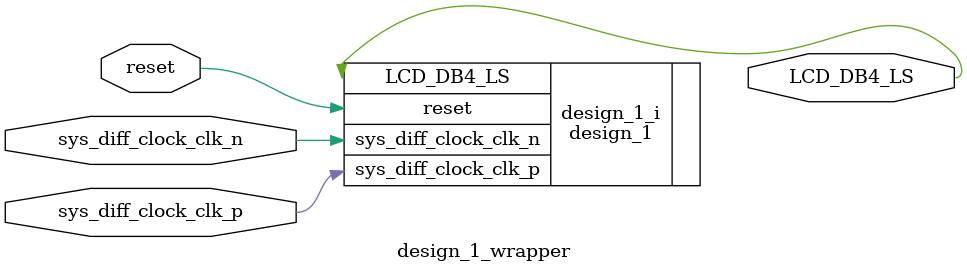
<source format=v>
`timescale 1 ps / 1 ps

module design_1_wrapper
   (LCD_DB4_LS,
    reset,
    sys_diff_clock_clk_n,
    sys_diff_clock_clk_p);
  output LCD_DB4_LS;
  input reset;
  input sys_diff_clock_clk_n;
  input sys_diff_clock_clk_p;

  wire LCD_DB4_LS;
  wire reset;
  wire sys_diff_clock_clk_n;
  wire sys_diff_clock_clk_p;

  design_1 design_1_i
       (.LCD_DB4_LS(LCD_DB4_LS),
        .reset(reset),
        .sys_diff_clock_clk_n(sys_diff_clock_clk_n),
        .sys_diff_clock_clk_p(sys_diff_clock_clk_p));
endmodule

</source>
